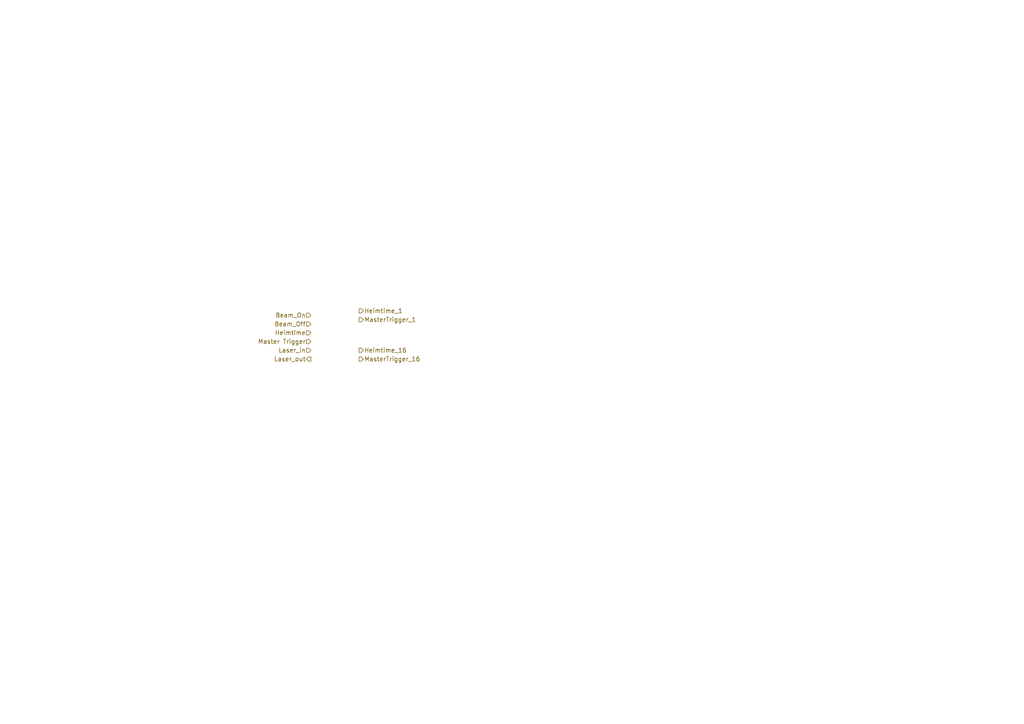
<source format=kicad_sch>
(kicad_sch
	(version 20250114)
	(generator "eeschema")
	(generator_version "9.0")
	(uuid "67c8cfef-8c64-4723-8a7c-494dfa83cbb2")
	(paper "A4")
	(lib_symbols)
	(hierarchical_label "Beam_Off"
		(shape input)
		(at 90.17 93.98 180)
		(effects
			(font
				(size 1.27 1.27)
			)
			(justify right)
		)
		(uuid "091becc6-acfb-44cc-a791-32e84aea15a6")
	)
	(hierarchical_label "Heimtime"
		(shape input)
		(at 90.17 96.52 180)
		(effects
			(font
				(size 1.27 1.27)
			)
			(justify right)
		)
		(uuid "2a5915f9-5875-4774-9735-81c5f2109eff")
	)
	(hierarchical_label "Master Trigger"
		(shape input)
		(at 90.17 99.06 180)
		(effects
			(font
				(size 1.27 1.27)
			)
			(justify right)
		)
		(uuid "2c358521-7622-492e-823a-468764a3b6f0")
	)
	(hierarchical_label "Beam_On"
		(shape input)
		(at 90.17 91.44 180)
		(effects
			(font
				(size 1.27 1.27)
			)
			(justify right)
		)
		(uuid "57494c79-ea4f-4846-be67-4571235920f7")
	)
	(hierarchical_label "Laser_out"
		(shape output)
		(at 90.17 104.14 180)
		(effects
			(font
				(size 1.27 1.27)
			)
			(justify right)
		)
		(uuid "93d83301-84fc-41e7-87c0-a96dffaf29a5")
	)
	(hierarchical_label "Heimtime_16"
		(shape output)
		(at 104.14 101.6 0)
		(effects
			(font
				(size 1.27 1.27)
			)
			(justify left)
		)
		(uuid "a7045ac7-fe5c-4e77-bf26-1d5c59c98206")
	)
	(hierarchical_label "MasterTrigger_1"
		(shape output)
		(at 104.14 92.71 0)
		(effects
			(font
				(size 1.27 1.27)
			)
			(justify left)
		)
		(uuid "c0e9a2ba-a0d6-4be4-ba54-ef93ccd1cec0")
	)
	(hierarchical_label "Laser_in"
		(shape input)
		(at 90.17 101.6 180)
		(effects
			(font
				(size 1.27 1.27)
			)
			(justify right)
		)
		(uuid "c680ac53-a160-42fa-9bf7-b44ab9a9abaf")
	)
	(hierarchical_label "MasterTrigger_16"
		(shape output)
		(at 104.14 104.14 0)
		(effects
			(font
				(size 1.27 1.27)
			)
			(justify left)
		)
		(uuid "ce92f2e6-717a-4c28-b799-164fa7f02a7f")
	)
	(hierarchical_label "Heimtime_1"
		(shape output)
		(at 104.14 90.17 0)
		(effects
			(font
				(size 1.27 1.27)
			)
			(justify left)
		)
		(uuid "eddcb4c3-5833-4de5-b65e-738ecb38cb1c")
	)
)

</source>
